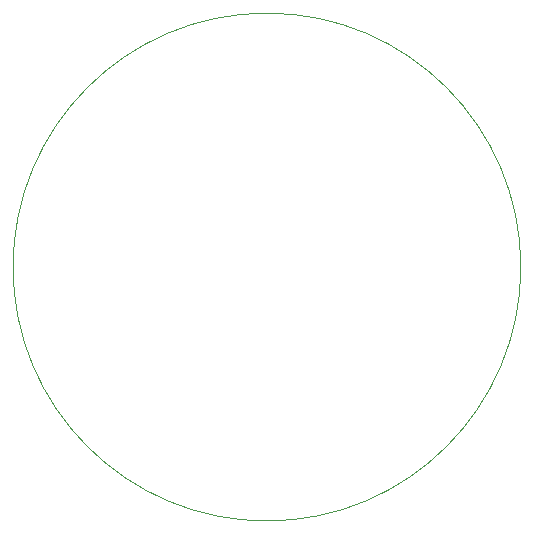
<source format=gbr>
G04 #@! TF.GenerationSoftware,KiCad,Pcbnew,6.0.0-unknown-120637b~86~ubuntu16.04.1*
G04 #@! TF.CreationDate,2019-08-06T10:20:09+03:00*
G04 #@! TF.ProjectId,contact-mic,636f6e74-6163-4742-9d6d-69632e6b6963,rev?*
G04 #@! TF.SameCoordinates,Original*
G04 #@! TF.FileFunction,Profile,NP*
%FSLAX46Y46*%
G04 Gerber Fmt 4.6, Leading zero omitted, Abs format (unit mm)*
G04 Created by KiCad (PCBNEW 6.0.0-unknown-120637b~86~ubuntu16.04.1) date 2019-08-06 10:20:09*
%MOMM*%
%LPD*%
G04 APERTURE LIST*
%ADD10C,0.050000*%
G04 APERTURE END LIST*
D10*
X121500000Y-100000000D02*
G75*
G03X121500000Y-100000000I-21500000J0D01*
G01*
M02*

</source>
